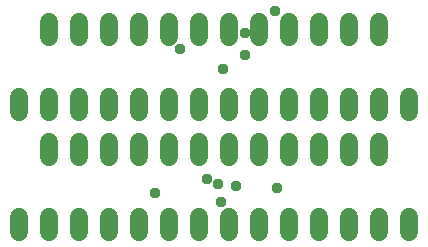
<source format=gbr>
G04 EAGLE Gerber RS-274X export*
G75*
%MOMM*%
%FSLAX34Y34*%
%LPD*%
%INSoldermask Bottom*%
%IPPOS*%
%AMOC8*
5,1,8,0,0,1.08239X$1,22.5*%
G01*
%ADD10C,1.524000*%
%ADD11C,0.959600*%


D10*
X330200Y82296D02*
X330200Y95504D01*
X304800Y95504D02*
X304800Y82296D01*
X279400Y82296D02*
X279400Y95504D01*
X254000Y95504D02*
X254000Y82296D01*
X228600Y82296D02*
X228600Y95504D01*
X203200Y95504D02*
X203200Y82296D01*
X177800Y82296D02*
X177800Y95504D01*
X152400Y95504D02*
X152400Y82296D01*
X127000Y82296D02*
X127000Y95504D01*
X101600Y95504D02*
X101600Y82296D01*
X76200Y82296D02*
X76200Y95504D01*
X50800Y95504D02*
X50800Y82296D01*
X50800Y183896D02*
X50800Y197104D01*
X76200Y197104D02*
X76200Y183896D01*
X101600Y183896D02*
X101600Y197104D01*
X127000Y197104D02*
X127000Y183896D01*
X152400Y183896D02*
X152400Y197104D01*
X177800Y197104D02*
X177800Y183896D01*
X203200Y183896D02*
X203200Y197104D01*
X228600Y197104D02*
X228600Y183896D01*
X254000Y183896D02*
X254000Y197104D01*
X279400Y197104D02*
X279400Y183896D01*
X304800Y183896D02*
X304800Y197104D01*
X330200Y197104D02*
X330200Y183896D01*
X25400Y32004D02*
X25400Y18796D01*
X50800Y18796D02*
X50800Y32004D01*
X177800Y32004D02*
X177800Y18796D01*
X203200Y18796D02*
X203200Y32004D01*
X76200Y32004D02*
X76200Y18796D01*
X101600Y18796D02*
X101600Y32004D01*
X152400Y32004D02*
X152400Y18796D01*
X127000Y18796D02*
X127000Y32004D01*
X228600Y32004D02*
X228600Y18796D01*
X254000Y18796D02*
X254000Y32004D01*
X279400Y32004D02*
X279400Y18796D01*
X304800Y18796D02*
X304800Y32004D01*
X330200Y32004D02*
X330200Y18796D01*
X355600Y18796D02*
X355600Y32004D01*
X355600Y120396D02*
X355600Y133604D01*
X330200Y133604D02*
X330200Y120396D01*
X304800Y120396D02*
X304800Y133604D01*
X279400Y133604D02*
X279400Y120396D01*
X254000Y120396D02*
X254000Y133604D01*
X228600Y133604D02*
X228600Y120396D01*
X203200Y120396D02*
X203200Y133604D01*
X177800Y133604D02*
X177800Y120396D01*
X152400Y120396D02*
X152400Y133604D01*
X127000Y133604D02*
X127000Y120396D01*
X101600Y120396D02*
X101600Y133604D01*
X76200Y133604D02*
X76200Y120396D01*
X50800Y120396D02*
X50800Y133604D01*
X25400Y133604D02*
X25400Y120396D01*
D11*
X140208Y51816D03*
X208788Y57912D03*
X196596Y44196D03*
X184404Y64008D03*
X193548Y59436D03*
X243840Y56388D03*
X216408Y169164D03*
X242316Y205740D03*
X216408Y187452D03*
X198120Y156972D03*
X161544Y173736D03*
M02*

</source>
